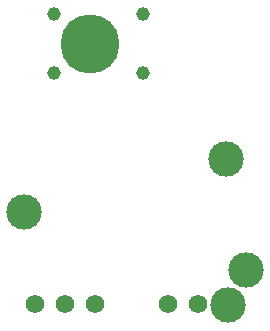
<source format=gbr>
%TF.GenerationSoftware,KiCad,Pcbnew,9.0.7*%
%TF.CreationDate,2026-01-24T18:57:43-08:00*%
%TF.ProjectId,sensor-pcb,73656e73-6f72-42d7-9063-622e6b696361,rev?*%
%TF.SameCoordinates,PXa5d4648PY5882b10*%
%TF.FileFunction,Soldermask,Bot*%
%TF.FilePolarity,Negative*%
%FSLAX46Y46*%
G04 Gerber Fmt 4.6, Leading zero omitted, Abs format (unit mm)*
G04 Created by KiCad (PCBNEW 9.0.7) date 2026-01-24 18:57:43*
%MOMM*%
%LPD*%
G01*
G04 APERTURE LIST*
%ADD10C,1.150000*%
%ADD11C,1.574800*%
%ADD12C,3.000000*%
%ADD13C,5.000000*%
G04 APERTURE END LIST*
D10*
%TO.C,RV1*%
X-6750000Y7250000D03*
X750000Y7250000D03*
X-6750000Y12250000D03*
X750000Y12250000D03*
%TD*%
D11*
%TO.C,J2*%
X5445000Y-12300000D03*
X2905000Y-12300000D03*
%TD*%
%TO.C,J1*%
X-3260000Y-12300000D03*
X-5800000Y-12300000D03*
X-8340000Y-12300000D03*
%TD*%
D12*
%TO.C,J4*%
X9500000Y-9400000D03*
%TD*%
%TO.C,J3*%
X8000000Y-12400000D03*
%TD*%
D13*
%TO.C,MH1*%
X-3750000Y9750000D03*
%TD*%
D12*
%TO.C,MH2*%
X7800000Y0D03*
%TD*%
%TO.C,MH3*%
X-9300000Y-4500000D03*
%TD*%
M02*

</source>
